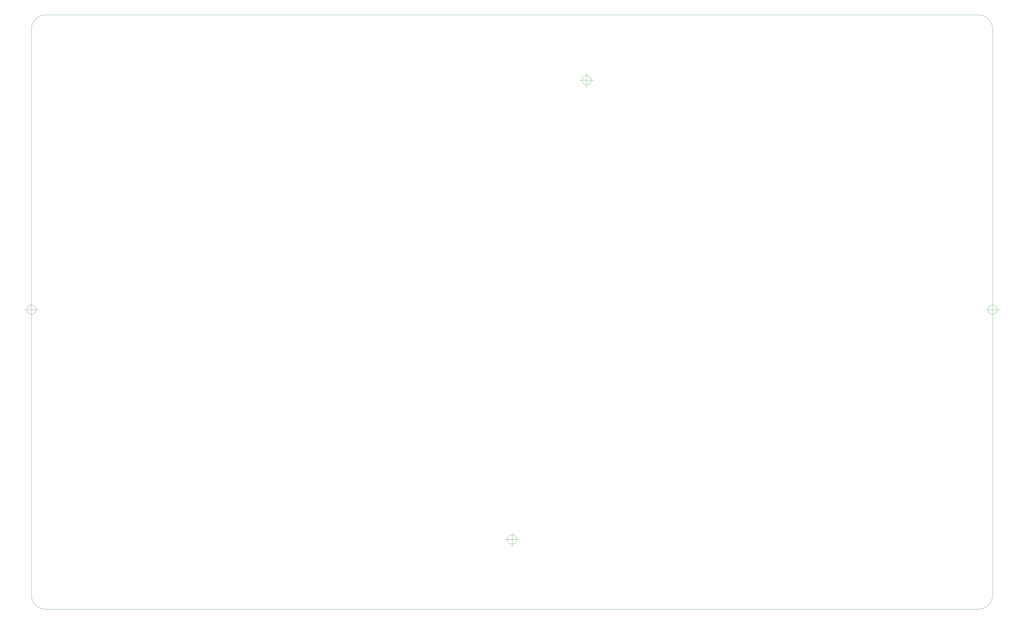
<source format=gbr>
%TF.GenerationSoftware,KiCad,Pcbnew,(5.1.9-0-10_14)*%
%TF.CreationDate,2021-03-15T08:17:51+11:00*%
%TF.ProjectId,Boom-1-Top,426f6f6d-2d31-42d5-946f-702e6b696361,rev?*%
%TF.SameCoordinates,Original*%
%TF.FileFunction,Profile,NP*%
%FSLAX46Y46*%
G04 Gerber Fmt 4.6, Leading zero omitted, Abs format (unit mm)*
G04 Created by KiCad (PCBNEW (5.1.9-0-10_14)) date 2021-03-15 08:17:51*
%MOMM*%
%LPD*%
G01*
G04 APERTURE LIST*
%TA.AperFunction,Profile*%
%ADD10C,0.050000*%
%TD*%
G04 APERTURE END LIST*
D10*
X396900000Y-81400000D02*
X471475000Y-81400000D01*
X396900000Y-81400000D02*
X323100000Y-81400000D01*
X131500000Y-86400000D02*
G75*
G02*
X136500000Y-81400000I5000000J0D01*
G01*
X136500000Y-294700000D02*
G75*
G02*
X131500000Y-289700000I0J5000000D01*
G01*
X476500000Y-289700000D02*
G75*
G02*
X471500000Y-294700000I-5000000J0D01*
G01*
X471475000Y-81400000D02*
G75*
G02*
X476475000Y-86400000I0J-5000000D01*
G01*
X305666666Y-269700000D02*
G75*
G03*
X305666666Y-269700000I-1666666J0D01*
G01*
X301500000Y-269700000D02*
X306500000Y-269700000D01*
X304000000Y-267200000D02*
X304000000Y-272200000D01*
X332466666Y-104800000D02*
G75*
G03*
X332466666Y-104800000I-1666666J0D01*
G01*
X328300000Y-104800000D02*
X333300000Y-104800000D01*
X330800000Y-102300000D02*
X330800000Y-107300000D01*
X478166666Y-187200000D02*
G75*
G03*
X478166666Y-187200000I-1666666J0D01*
G01*
X474000000Y-187200000D02*
X479000000Y-187200000D01*
X476500000Y-184700000D02*
X476500000Y-189700000D01*
X133166666Y-187200000D02*
G75*
G03*
X133166666Y-187200000I-1666666J0D01*
G01*
X129000000Y-187200000D02*
X134000000Y-187200000D01*
X131500000Y-184700000D02*
X131500000Y-189700000D01*
X131500000Y-289700000D02*
X131500000Y-86400000D01*
X471500000Y-294700000D02*
X136500000Y-294700000D01*
X476475000Y-86400000D02*
X476500000Y-289700000D01*
X136500000Y-81400000D02*
X323100000Y-81400000D01*
M02*

</source>
